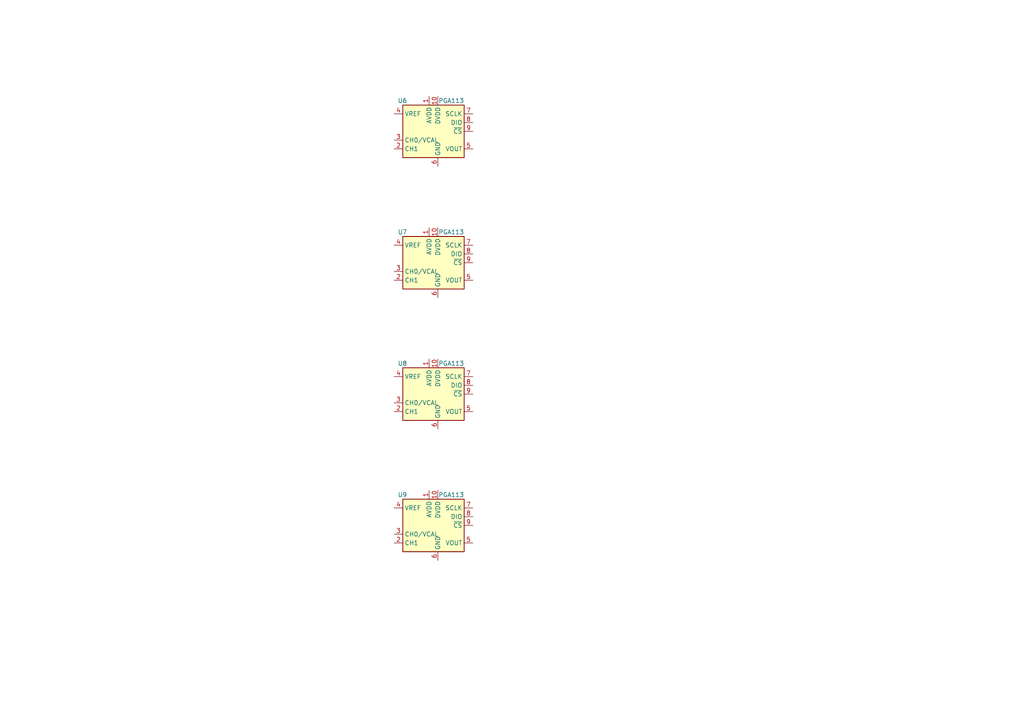
<source format=kicad_sch>
(kicad_sch (version 20211123) (generator eeschema)
  (paper "A4")
  (lib_symbols
    (symbol "Analog:PGA113"
      (property "Reference" "U" (at -8.89 8.89 0))
      (property "Value" "PGA113" (at 7.62 8.89 0))
      (symbol "PGA113_0_1"
        (rectangle (start -10.16 7.62) (end 7.62 -7.62) (stroke (width 0.254)) (fill (type background)))
      )
      (symbol "PGA113_1_1"
        (pin power_in line (at -2.54 10.16 270) (length 2.54) (name "AVDD") (number "1"))
        (pin power_in line (at 0 10.16 270) (length 2.54) (name "DVDD") (number "10"))
        (pin input line (at -12.7 -5.08 0) (length 2.54) (name "CH1") (number "2"))
        (pin input line (at -12.7 -2.54 0) (length 2.54) (name "CH0/VCAL") (number "3"))
        (pin input line (at -12.7 5.08 0) (length 2.54) (name "VREF") (number "4"))
        (pin output line (at 10.16 -5.08 180) (length 2.54) (name "VOUT") (number "5"))
        (pin power_in line (at 0 -10.16 90) (length 2.54) (name "GND") (number "6"))
        (pin input line (at 10.16 5.08 180) (length 2.54) (name "SCLK") (number "7"))
        (pin bidirectional line (at 10.16 2.54 180) (length 2.54) (name "DIO") (number "8"))
        (pin input line (at 10.16 0 180) (length 2.54) (name "~{CS}") (number "9"))
      )
    )
  )
  (symbol (lib_id "Analog:PGA113") (at 127 38.1 0) (unit 1)
    (property "Reference" "U6" (at 118.11 29.21 0) (effects (justify right)))
    (property "Value" "PGA113" (at 134.62 29.21 0) (effects (justify right)))
    (property "Footprint" "Package_SO:TSSOP-10_3x3mm_P0.5mm" (effects hide))
    (property "Datasheet" "http://www.ti.com/lit/ds/sbos424c/sbos424c.pdf" (effects hide))
  )
  (symbol (lib_id "Analog:PGA113") (at 127 152.4 0) (unit 1)
    (property "Reference" "U9" (at 118.11 143.51 0) (effects (justify right)))
    (property "Value" "PGA113" (at 134.62 143.51 0) (effects (justify right)))
    (property "Footprint" "Package_SO:TSSOP-10_3x3mm_P0.5mm" (effects hide))
    (property "Datasheet" "http://www.ti.com/lit/ds/sbos424c/sbos424c.pdf" (effects hide))
  )
  (symbol (lib_id "Analog:PGA113") (at 127 114.3 0) (unit 1)
    (property "Reference" "U8" (at 118.11 105.41 0) (effects (justify right)))
    (property "Value" "PGA113" (at 134.62 105.41 0) (effects (justify right)))
    (property "Footprint" "Package_SO:TSSOP-10_3x3mm_P0.5mm" (effects hide))
    (property "Datasheet" "http://www.ti.com/lit/ds/sbos424c/sbos424c.pdf" (effects hide))
  )
  (symbol (lib_id "Analog:PGA113") (at 127 76.2 0) (unit 1)
    (property "Reference" "U7" (at 118.11 67.31 0) (effects (justify right)))
    (property "Value" "PGA113" (at 134.62 67.31 0) (effects (justify right)))
    (property "Footprint" "Package_SO:TSSOP-10_3x3mm_P0.5mm" (effects hide))
    (property "Datasheet" "http://www.ti.com/lit/ds/sbos424c/sbos424c.pdf" (effects hide))
  )
)
</source>
